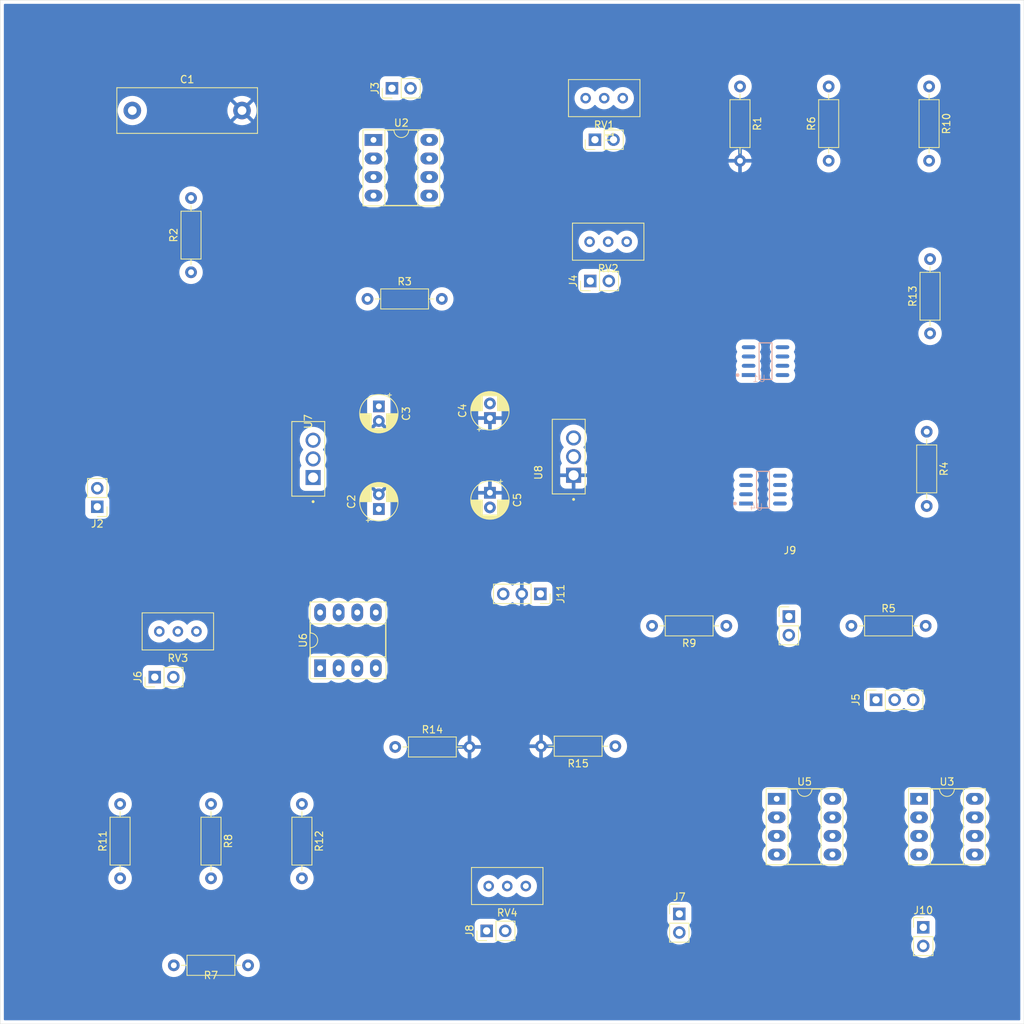
<source format=kicad_pcb>
(kicad_pcb (version 20221018) (generator pcbnew)
  (layers (0 "F.Cu" signal) (31 "B.Cu" signal) (34 "B.Paste" user) (35 "F.Paste" user) (36 "B.SilkS" user "B.Silkscreen") (37 "F.SilkS" user "F.Silkscreen") (38 "B.Mask" user) (39 "F.Mask" user) (44 "Edge.Cuts" user))
  (net 0 "")
  (net 1 "Net-(U2A-+)")
  (net 2 "GND")
  (net 3 "+9V")
  (net 4 "+5V")
  (net 5 "-9V")
  (net 6 "-5V")
  (net 7 "Net-(J1-Pin_1)")
  (net 8 "Net-(J1-Pin_2)")
  (net 9 "A0")
  (net 10 "A9")
  (net 11 "Net-(J3-Pin_1)")
  (net 12 "Net-(J4-Pin_1)")
  (net 13 "Net-(J4-Pin_2)")
  (net 14 "Net-(J10-Pin_2)")
  (net 15 "Net-(J5-Pin_2)")
  (net 16 "Net-(J5-Pin_3)")
  (net 17 "Net-(J6-Pin_1)")
  (net 18 "Net-(J7-Pin_1)")
  (net 19 "Net-(J7-Pin_2)")
  (net 20 "Net-(J8-Pin_1)")
  (net 21 "Net-(J9-Pin_1)")
  (net 22 "Net-(J9-Pin_2)")
  (net 23 "Net-(J10-Pin_1)")
  (net 24 "t+")
  (net 25 "Net-(U4--IN)")
  (net 26 "Net-(U4-+OUT)")
  (net 27 "Net-(U3A--)")
  (net 28 "Net-(U6A--)")
  (net 29 "Net-(R11-Pad2)")
  (net 30 "Net-(U4--OUT)")
  (net 31 "Net-(U3B--)")
  (net 32 "Net-(U4-+IN)")
  (net 33 "Net-(U6A-+)")
  (net 34 "t-")
  (footprint "Connector_PinHeader_2.54mm:PinHeader_1x02_P2.54mm_Vertical" (layer "F.Cu") (at 148.315 146.22 90)
    (fp_text reference "J8" (at 0 -2.33 90) (layer "F.SilkS"))
    (fp_text value "Conn_01x02")
    (pad "1" thru_hole rect (at 0 0 90) (size 1.7 1.7) (drill 1) (layers "*.Cu" "*.Mask") (net 20 "Net-(J8-Pin_1)"))
    (pad "2" thru_hole oval (at 0 2.54 90) (size 1.7 1.7) (drill 1) (layers "*.Cu" "*.Mask") (net 9 "A0"))
  )
  (footprint "Resistor_THT:R_Axial_DIN0207_L6.3mm_D2.5mm_P10.16mm_Horizontal" (layer "F.Cu") (at 165.91 120.97 180)
    (fp_text reference "R15" (at 5.08 -2.37) (layer "F.SilkS"))
    (fp_text value "1K")
    (pad "1" thru_hole circle (at 0 0 180) (size 1.6 1.6) (drill 0.8) (layers "*.Cu" "*.Mask") (net 20 "Net-(J8-Pin_1)"))
    (pad "2" thru_hole oval (at 10.16 0 180) (size 1.6 1.6) (drill 0.8) (layers "*.Cu" "*.Mask") (net 2 "GND"))
  )
  (footprint "Capacitor_THT:CP_Radial_D5.0mm_P2.00mm" (layer "F.Cu") (at 148.76 86.3099 -90)
    (fp_text reference "C5" (at 1 -3.75 90) (layer "F.SilkS"))
    (fp_text value "0.1uF")
    (pad "1" thru_hole rect (at 0 0 270) (size 1.6 1.6) (drill 0.8) (layers "*.Cu" "*.Mask") (net 2 "GND"))
    (pad "2" thru_hole circle (at 2 0 270) (size 1.6 1.6) (drill 0.8) (layers "*.Cu" "*.Mask") (net 6 "-5V"))
  )
  (footprint "Capacitor_THT:CP_Radial_D5.0mm_P2.00mm" (layer "F.Cu") (at 133.57 74.4948 -90)
    (fp_text reference "C3" (at 1 -3.75 90) (layer "F.SilkS"))
    (fp_text value "0.1uF")
    (pad "1" thru_hole rect (at 0 0 270) (size 1.6 1.6) (drill 0.8) (layers "*.Cu" "*.Mask") (net 4 "+5V"))
    (pad "2" thru_hole circle (at 2 0 270) (size 1.6 1.6) (drill 0.8) (layers "*.Cu" "*.Mask") (net 2 "GND"))
  )
  (footprint "l7805:TO255P1020X450X2000-3" (layer "F.Cu") (at 159.54 81.365 90)
    (fp_text reference "U8" (at -2.175 -4.135 90) (layer "F.SilkS"))
    (fp_text value "L7905")
    (pad "1" thru_hole rect (at -2.55 0.6625 90) (size 2.055 2.055) (drill 1.37) (layers "*.Cu" "*.Mask") (net 2 "GND"))
    (pad "2" thru_hole circle (at 0 0.6625 90) (size 2.055 2.055) (drill 1.37) (layers "*.Cu" "*.Mask") (net 5 "-9V"))
    (pad "3" thru_hole circle (at 2.55 0.6625 90) (size 2.055 2.055) (drill 1.37) (layers "*.Cu" "*.Mask") (net 6 "-5V"))
  )
  (footprint "Connector_PinHeader_2.54mm:PinHeader_1x02_P2.54mm_Vertical" (layer "F.Cu") (at 102.93 111.52 90)
    (fp_text reference "J6" (at 0 -2.33 90) (layer "F.SilkS"))
    (fp_text value "Conn_01x02")
    (pad "1" thru_hole rect (at 0 0 90) (size 1.7 1.7) (drill 1) (layers "*.Cu" "*.Mask") (net 17 "Net-(J6-Pin_1)"))
    (pad "2" thru_hole oval (at 0 2.54 90) (size 1.7 1.7) (drill 1) (layers "*.Cu" "*.Mask") (net 4 "+5V"))
  )
  (footprint "Connector_PinHeader_2.54mm:PinHeader_1x02_P2.54mm_Vertical" (layer "F.Cu") (at 174.66 143.9)
    (fp_text reference "J7" (at 0 -2.33) (layer "F.SilkS"))
    (fp_text value "Conn_01x02")
    (pad "1" thru_hole rect (at 0 0) (size 1.7 1.7) (drill 1) (layers "*.Cu" "*.Mask") (net 18 "Net-(J7-Pin_1)"))
    (pad "2" thru_hole oval (at 0 2.54) (size 1.7 1.7) (drill 1) (layers "*.Cu" "*.Mask") (net 19 "Net-(J7-Pin_2)"))
  )
  (footprint "Resistor_THT:R_Axial_DIN0207_L6.3mm_D2.5mm_P10.16mm_Horizontal" (layer "F.Cu") (at 181.09 104.51 180)
    (fp_text reference "R9" (at 5.08 -2.37) (layer "F.SilkS"))
    (fp_text value "2.2K")
    (pad "1" thru_hole circle (at 0 0 180) (size 1.6 1.6) (drill 0.8) (layers "*.Cu" "*.Mask") (net 23 "Net-(J10-Pin_1)"))
    (pad "2" thru_hole oval (at 10.16 0 180) (size 1.6 1.6) (drill 0.8) (layers "*.Cu" "*.Mask") (net 30 "Net-(U4--OUT)"))
  )
  (footprint "Potentiometer_THT:Potentiometer_Bourns_3296W_Vertical" (layer "F.Cu") (at 103.55 105.27 180)
    (fp_text reference "RV3" (at -2.54 -3.66) (layer "F.SilkS"))
    (fp_text value "R_Potentiometer_Trim")
    (pad "1" thru_hole circle (at 0 0 180) (size 1.44 1.44) (drill 0.8) (layers "*.Cu" "*.Mask") (net 17 "Net-(J6-Pin_1)"))
    (pad "2" thru_hole circle (at -2.54 0 180) (size 1.44 1.44) (drill 0.8) (layers "*.Cu" "*.Mask") (net 4 "+5V"))
    (pad "3" thru_hole circle (at -5.08 0 180) (size 1.44 1.44) (drill 0.8) (layers "*.Cu" "*.Mask") (net 4 "+5V"))
  )
  (footprint "Resistor_THT:R_Axial_DIN0207_L6.3mm_D2.5mm_P10.16mm_Horizontal" (layer "F.Cu") (at 135.81 121.07)
    (fp_text reference "R14" (at 5.08 -2.37) (layer "F.SilkS"))
    (fp_text value "1k")
    (pad "1" thru_hole circle (at 0 0) (size 1.6 1.6) (drill 0.8) (layers "*.Cu" "*.Mask") (net 33 "Net-(U6A-+)"))
    (pad "2" thru_hole oval (at 10.16 0) (size 1.6 1.6) (drill 0.8) (layers "*.Cu" "*.Mask") (net 2 "GND"))
  )
  (footprint "Package_DIP:DIP-8_W7.62mm_Socket_LongPads" (layer "F.Cu") (at 187.98 128.16)
    (fp_text reference "U5" (at 3.81 -2.33) (layer "F.SilkS"))
    (fp_text value "TL072")
    (pad "1" thru_hole rect (at 0 0) (size 2.4 1.6) (drill 0.8) (layers "*.Cu" "*.Mask") (net 18 "Net-(J7-Pin_1)"))
    (pad "2" thru_hole oval (at 0 2.54) (size 2.4 1.6) (drill 0.8) (layers "*.Cu" "*.Mask") (net 18 "Net-(J7-Pin_1)"))
    (pad "3" thru_hole oval (at 0 5.08) (size 2.4 1.6) (drill 0.8) (layers "*.Cu" "*.Mask") (net 30 "Net-(U4--OUT)"))
    (pad "4" thru_hole oval (at 0 7.62) (size 2.4 1.6) (drill 0.8) (layers "*.Cu" "*.Mask") (net 5 "-9V"))
    (pad "5" thru_hole oval (at 7.62 7.62) (size 2.4 1.6) (drill 0.8) (layers "*.Cu" "*.Mask") (net 23 "Net-(J10-Pin_1)"))
    (pad "6" thru_hole oval (at 7.62 5.08) (size 2.4 1.6) (drill 0.8) (layers "*.Cu" "*.Mask") (net 21 "Net-(J9-Pin_1)"))
    (pad "7" thru_hole oval (at 7.62 2.54) (size 2.4 1.6) (drill 0.8) (layers "*.Cu" "*.Mask") (net 21 "Net-(J9-Pin_1)"))
    (pad "8" thru_hole oval (at 7.62 0) (size 2.4 1.6) (drill 0.8) (layers "*.Cu" "*.Mask") (net 3 "+9V"))
  )
  (footprint "Connector_PinHeader_2.54mm:PinHeader_1x02_P2.54mm_Vertical" (layer "F.Cu") (at 95.07 88.225 180)
    (fp_text reference "J2" (at 0 -2.33) (layer "F.SilkS"))
    (fp_text value "Conn_01x02")
    (pad "1" thru_hole rect (at 0 0 180) (size 1.7 1.7) (drill 1) (layers "*.Cu" "*.Mask") (net 9 "A0"))
    (pad "2" thru_hole oval (at 0 2.54 180) (size 1.7 1.7) (drill 1) (layers "*.Cu" "*.Mask") (net 10 "A9"))
  )
  (footprint "Capacitor_THT:CP_Radial_D5.0mm_P2.00mm" (layer "F.Cu") (at 148.76 76.095 90)
    (fp_text reference "C4" (at 1 -3.75 90) (layer "F.SilkS"))
    (fp_text value "0.33uF")
    (pad "1" thru_hole rect (at 0 0 90) (size 1.6 1.6) (drill 0.8) (layers "*.Cu" "*.Mask") (net 2 "GND"))
    (pad "2" thru_hole circle (at 2 0 90) (size 1.6 1.6) (drill 0.8) (layers "*.Cu" "*.Mask") (net 5 "-9V"))
  )
  (footprint "Connector_PinSocket_2.54mm:PinSocket_1x03_P2.54mm_Vertical" (layer "F.Cu") (at 201.565 114.625 90)
    (fp_text reference "J5" (at 0 -2.77 90) (layer "F.SilkS"))
    (fp_text value "Conn_01x03")
    (pad "1" thru_hole rect (at 0 0 90) (size 1.7 1.7) (drill 1) (layers "*.Cu" "*.Mask") (net 14 "Net-(J10-Pin_2)"))
    (pad "2" thru_hole oval (at 0 2.54 90) (size 1.7 1.7) (drill 1) (layers "*.Cu" "*.Mask") (net 15 "Net-(J5-Pin_2)"))
    (pad "3" thru_hole oval (at 0 5.08 90) (size 1.7 1.7) (drill 1) (layers "*.Cu" "*.Mask") (net 16 "Net-(J5-Pin_3)"))
  )
  (footprint "Connector_PinHeader_2.54mm:PinHeader_1x02_P2.54mm_Vertical" (layer "F.Cu") (at 135.365 31 90)
    (fp_text reference "J3" (at 0 -2.33 90) (layer "F.SilkS"))
    (fp_text value "Conn_01x02")
    (pad "1" thru_hole rect (at 0 0 90) (size 1.7 1.7) (drill 1) (layers "*.Cu" "*.Mask") (net 11 "Net-(J3-Pin_1)"))
    (pad "2" thru_hole oval (at 0 2.54 90) (size 1.7 1.7) (drill 1) (layers "*.Cu" "*.Mask") (net 7 "Net-(J1-Pin_1)"))
  )
  (footprint "Resistor_THT:R_Axial_DIN0207_L6.3mm_D2.5mm_P10.16mm_Horizontal" (layer "F.Cu") (at 110.62 128.87 -90)
    (fp_text reference "R8" (at 5.08 -2.37 90) (layer "F.SilkS"))
    (fp_text value "1k")
    (pad "1" thru_hole circle (at 0 0 270) (size 1.6 1.6) (drill 0.8) (layers "*.Cu" "*.Mask") (net 29 "Net-(R11-Pad2)"))
    (pad "2" thru_hole oval (at 10.16 0 270) (size 1.6 1.6) (drill 0.8) (layers "*.Cu" "*.Mask") (net 28 "Net-(U6A--)"))
  )
  (footprint "Potentiometer_THT:Potentiometer_Bourns_3296W_Vertical" (layer "F.Cu") (at 162.39 51.98 180)
    (fp_text reference "RV2" (at -2.54 -3.66) (layer "F.SilkS"))
    (fp_text value "R_Potentiometer_Trim")
    (pad "1" thru_hole circle (at 0 0 180) (size 1.44 1.44) (drill 0.8) (layers "*.Cu" "*.Mask") (net 12 "Net-(J4-Pin_1)"))
    (pad "2" thru_hole circle (at -2.54 0 180) (size 1.44 1.44) (drill 0.8) (layers "*.Cu" "*.Mask") (net 13 "Net-(J4-Pin_2)"))
    (pad "3" thru_hole circle (at -5.08 0 180) (size 1.44 1.44) (drill 0.8) (layers "*.Cu" "*.Mask") (net 13 "Net-(J4-Pin_2)"))
  )
  (footprint "Resistor_THT:R_Axial_DIN0207_L6.3mm_D2.5mm_P10.16mm_Horizontal" (layer "F.Cu") (at 98.19 139.03 90)
    (fp_text reference "R11" (at 5.08 -2.37 90) (layer "F.SilkS"))
    (fp_text value "1K")
    (pad "1" thru_hole circle (at 0 0 90) (size 1.6 1.6) (drill 0.8) (layers "*.Cu" "*.Mask") (net 17 "Net-(J6-Pin_1)"))
    (pad "2" thru_hole oval (at 10.16 0 90) (size 1.6 1.6) (drill 0.8) (layers "*.Cu" "*.Mask") (net 29 "Net-(R11-Pad2)"))
  )
  (footprint "Potentiometer_THT:Potentiometer_Bourns_3296W_Vertical" (layer "F.Cu") (at 161.85 32.35 180)
    (fp_text reference "RV1" (at -2.54 -3.66) (layer "F.SilkS"))
    (fp_text value "R_Potentiometer_Trim")
    (pad "1" thru_hole circle (at 0 0 180) (size 1.44 1.44) (drill 0.8) (layers "*.Cu" "*.Mask") (net 7 "Net-(J1-Pin_1)"))
    (pad "2" thru_hole circle (at -2.54 0 180) (size 1.44 1.44) (drill 0.8) (layers "*.Cu" "*.Mask") (net 8 "Net-(J1-Pin_2)"))
    (pad "3" thru_hole circle (at -5.08 0 180) (size 1.44 1.44) (drill 0.8) (layers "*.Cu" "*.Mask") (net 8 "Net-(J1-Pin_2)"))
  )
  (footprint "Connector_PinHeader_2.54mm:PinHeader_1x02_P2.54mm_Vertical" (layer "F.Cu") (at 208.02 145.74)
    (fp_text reference "J10" (at 0 -2.33) (layer "F.SilkS"))
    (fp_text value "Conn_01x02")
    (pad "1" thru_hole rect (at 0 0) (size 1.7 1.7) (drill 1) (layers "*.Cu" "*.Mask") (net 23 "Net-(J10-Pin_1)"))
    (pad "2" thru_hole oval (at 0 2.54) (size 1.7 1.7) (drill 1) (layers "*.Cu" "*.Mask") (net 14 "Net-(J10-Pin_2)"))
  )
  (footprint "Package_DIP:DIP-8_W7.62mm_Socket_LongPads" (layer "F.Cu") (at 132.84 38.06)
    (fp_text reference "U2" (at 3.81 -2.33) (layer "F.SilkS"))
    (fp_text value "TL072")
    (pad "1" thru_hole rect (at 0 0) (size 2.4 1.6) (drill 0.8) (layers "*.Cu" "*.Mask") (net 11 "Net-(J3-Pin_1)"))
    (pad "2" thru_hole oval (at 0 2.54) (size 2.4 1.6) (drill 0.8) (layers "*.Cu" "*.Mask") (net 11 "Net-(J3-Pin_1)"))
    (pad "3" thru_hole oval (at 0 5.08) (size 2.4 1.6) (drill 0.8) (layers "*.Cu" "*.Mask") (net 1 "Net-(U2A-+)"))
    (pad "4" thru_hole oval (at 0 7.62) (size 2.4 1.6) (drill 0.8) (layers "*.Cu" "*.Mask") (net 5 "-9V"))
    (pad "5" thru_hole oval (at 7.62 7.62) (size 2.4 1.6) (drill 0.8) (layers "*.Cu" "*.Mask") (net 8 "Net-(J1-Pin_2)"))
    (pad "6" thru_hole oval (at 7.62 5.08) (size 2.4 1.6) (drill 0.8) (layers "*.Cu" "*.Mask") (net 12 "Net-(J4-Pin_1)"))
    (pad "7" thru_hole oval (at 7.62 2.54) (size 2.4 1.6) (drill 0.8) (layers "*.Cu" "*.Mask") (net 13 "Net-(J4-Pin_2)"))
    (pad "8" thru_hole oval (at 7.62 0) (size 2.4 1.6) (drill 0.8) (layers "*.Cu" "*.Mask") (net 3 "+9V"))
  )
  (footprint "Resistor_THT:R_Axial_DIN0207_L6.3mm_D2.5mm_P10.16mm_Horizontal" (layer "F.Cu") (at 208.82 30.75 -90)
    (fp_text reference "R10" (at 5.08 -2.37 90) (layer "F.SilkS"))
    (fp_text value "2k2")
    (pad "1" thru_hole circle (at 0 0 270) (size 1.6 1.6) (drill 0.8) (layers "*.Cu" "*.Mask") (net 31 "Net-(U3B--)"))
    (pad "2" thru_hole oval (at 10.16 0 270) (size 1.6 1.6) (drill 0.8) (layers "*.Cu" "*.Mask") (net 32 "Net-(U4-+IN)"))
  )
  (footprint "Connector_PinSocket_2.54mm:PinSocket_1x03_P2.54mm_Vertical" (layer "F.Cu") (at 155.66 100.14 -90)
    (fp_text reference "J11" (at 0 -2.77 90) (layer "F.SilkS"))
    (fp_text value "Conn_01x03")
    (pad "1" thru_hole rect (at 0 0 270) (size 1.7 1.7) (drill 1) (layers "*.Cu" "*.Mask") (net 5 "-9V"))
    (pad "2" thru_hole oval (at 0 2.54 270) (size 1.7 1.7) (drill 1) (layers "*.Cu" "*.Mask") (net 2 "GND"))
    (pad "3" thru_hole oval (at 0 5.08 270) (size 1.7 1.7) (drill 1) (layers "*.Cu" "*.Mask") (net 3 "+9V"))
  )
  (footprint "Package_DIP:DIP-8_W7.62mm_Socket_LongPads" (layer "F.Cu") (at 125.54 110.3 90)
    (fp_text reference "U6" (at 3.81 -2.33 90) (layer "F.SilkS"))
    (fp_text value "TL072")
    (pad "1" thru_hole rect (at 0 0 90) (size 2.4 1.6) (drill 0.8) (layers "*.Cu" "*.Mask") (net 29 "Net-(R11-Pad2)"))
    (pad "2" thru_hole oval (at 0 2.54 90) (size 2.4 1.6) (drill 0.8) (layers "*.Cu" "*.Mask") (net 28 "Net-(U6A--)"))
    (pad "3" thru_hole oval (at 0 5.08 90) (size 2.4 1.6) (drill 0.8) (layers "*.Cu" "*.Mask") (net 33 "Net-(U6A-+)"))
    (pad "4" thru_hole oval (at 0 7.62 90) (size 2.4 1.6) (drill 0.8) (layers "*.Cu" "*.Mask") (net 5 "-9V"))
    (pad "5" thru_hole oval (at 7.62 7.62 90) (size 2.4 1.6) (drill 0.8) (layers "*.Cu" "*.Mask") (net 17 "Net-(J6-Pin_1)"))
    (pad "6" thru_hole oval (at 7.62 5.08 90) (size 2.4 1.6) (drill 0.8) (layers "*.Cu" "*.Mask") (net 20 "Net-(J8-Pin_1)"))
    (pad "7" thru_hole oval (at 7.62 2.54 90) (size 2.4 1.6) (drill 0.8) (layers "*.Cu" "*.Mask") (net 9 "A0"))
    (pad "8" thru_hole oval (at 7.62 0 90) (size 2.4 1.6) (drill 0.8) (layers "*.Cu" "*.Mask") (net 3 "+9V"))
  )
  (footprint "Connector_PinHeader_2.54mm:PinHeader_1x02_P2.54mm_Vertical" (layer "F.Cu") (at 189.64 103.235)
    (fp_text reference "J9" (at 0.1475 -9.04) (layer "F.SilkS"))
    (fp_text value "Conn_01x02")
    (pad "1" thru_hole rect (at 0 0) (size 1.7 1.7) (drill 1) (layers "*.Cu" "*.Mask") (net 21 "Net-(J9-Pin_1)"))
    (pad "2" thru_hole oval (at 0 2.54) (size 1.7 1.7) (drill 1) (layers "*.Cu" "*.Mask") (net 22 "Net-(J9-Pin_2)"))
  )
  (footprint "Resistor_THT:R_Axial_DIN0207_L6.3mm_D2.5mm_P10.16mm_Horizontal" (layer "F.Cu") (at 105.53 150.93)
    (fp_text reference "R7" (at 5.08 1.37) (layer "F.SilkS"))
    (fp_text value "1k")
    (pad "1" thru_hole circle (at 0 0) (size 1.6 1.6) (drill 0.8) (layers "*.Cu" "*.Mask") (net 28 "Net-(U6A--)"))
    (pad "2" thru_hole oval (at 10.16 0) (size 1.6 1.6) (drill 0.8) (layers "*.Cu" "*.Mask") (net 19 "Net-(J7-Pin_2)"))
  )
  (footprint "Capacitor_THT:C_Rect_L19.0mm_W6.0mm_P15.00mm_MKS4" (layer "F.Cu") (at 99.86 34.04)
    (fp_text reference "C1" (at 7.5 -4.25) (layer "F.SilkS"))
    (fp_text value "470nF")
    (pad "1" thru_hole circle (at 0 0) (size 2.4 2.4) (drill 1.2) (layers "*.Cu" "*.Mask") (net 1 "Net-(U2A-+)"))
    (pad "2" thru_hole circle (at 15 0) (size 2.4 2.4) (drill 1.2) (layers "*.Cu" "*.Mask") (net 2 "GND"))
  )
  (footprint "l7805:TO255P1020X450X2000-3" (layer "F.Cu") (at 123.92 81.675 90)
    (fp_text reference "U7" (at 5.1 0 90) (layer "F.SilkS"))
    (fp_text value "L7805")
    (pad "1" thru_hole rect (at -2.55 0.6625 90) (size 2.055 2.055) (drill 1.37) (layers "*.Cu" "*.Mask") (net 3 "+9V"))
    (pad "2" thru_hole circle (at 0 0.6625 90) (size 2.055 2.055) (drill 1.37) (layers "*.Cu" "*.Mask") (net 2 "GND"))
    (pad "3" thru_hole circle (at 2.55 0.6625 90) (size 2.055 2.055) (drill 1.37) (layers "*.Cu" "*.Mask") (net 4 "+5V"))
  )
  (footprint "Resistor_THT:R_Axial_DIN0207_L6.3mm_D2.5mm_P10.16mm_Horizontal" (layer "F.Cu") (at 208.95 64.515 90)
    (fp_text reference "R13" (at 5.08 -2.37 90) (layer "F.SilkS"))
    (fp_text value "2k2")
    (pad "1" thru_hole circle (at 0 0 90) (size 1.6 1.6) (drill 0.8) (layers "*.Cu" "*.Mask") (net 34 "t-"))
    (pad "2" thru_hole oval (at 10.16 0 90) (size 1.6 1.6) (drill 0.8) (layers "*.Cu" "*.Mask") (net 32 "Net-(U4-+IN)"))
  )
  (footprint "Resistor_THT:R_Axial_DIN0207_L6.3mm_D2.5mm_P10.16mm_Horizontal" (layer "F.Cu") (at 195.0867 40.91 90)
    (fp_text reference "R6" (at 5.08 -2.37 90) (layer "F.SilkS"))
    (fp_text value "2k2")
    (pad "1" thru_hole circle (at 0 0 90) (size 1.6 1.6) (drill 0.8) (layers "*.Cu" "*.Mask") (net 27 "Net-(U3A--)"))
    (pad "2" thru_hole oval (at 10.16 0 90) (size 1.6 1.6) (drill 0.8) (layers "*.Cu" "*.Mask") (net 25 "Net-(U4--IN)"))
  )
  (footprint "Capacitor_THT:CP_Radial_D5.0mm_P2.00mm" (layer "F.Cu") (at 133.57 88.5301 90)
    (fp_text reference "C2" (at 1 -3.75 90) (layer "F.SilkS"))
    (fp_text value "0.33uF")
    (pad "1" thru_hole rect (at 0 0 90) (size 1.6 1.6) (drill 0.8) (layers "*.Cu" "*.Mask") (net 3 "+9V"))
    (pad "2" thru_hole circle (at 2 0 90) (size 1.6 1.6) (drill 0.8) (layers "*.Cu" "*.Mask") (net 2 "GND"))
  )
  (footprint "Resistor_THT:R_Axial_DIN0207_L6.3mm_D2.5mm_P10.16mm_Horizontal" (layer "F.Cu") (at 182.96 30.75 -90)
    (fp_text reference "R1" (at 5.08 -2.37 90) (layer "F.SilkS"))
    (fp_text value "1K")
    (pad "1" thru_hole circle (at 0 0 270) (size 1.6 1.6) (drill 0.8) (layers "*.Cu" "*.Mask") (net 8 "Net-(J1-Pin_2)"))
    (pad "2" thru_hole oval (at 10.16 0 270) (size 1.6 1.6) (drill 0.8) (layers "*.Cu" "*.Mask") (net 2 "GND"))
  )
  (footprint "Connector_PinHeader_2.54mm:PinHeader_1x02_P2.54mm_Vertical" (layer "F.Cu") (at 162.485 57.35 90)
    (fp_text reference "J4" (at 0 -2.33 90) (layer "F.SilkS"))
    (fp_text value "Conn_01x02")
    (pad "1" thru_hole rect (at 0 0 90) (size 1.7 1.7) (drill 1) (layers "*.Cu" "*.Mask") (net 12 "Net-(J4-Pin_1)"))
    (pad "2" thru_hole oval (at 0 2.54 90) (size 1.7 1.7) (drill 1) (layers "*.Cu" "*.Mask") (net 13 "Net-(J4-Pin_2)"))
  )
  (footprint "Resistor_THT:R_Axial_DIN0207_L6.3mm_D2.5mm_P10.16mm_Horizontal" (layer "F.Cu") (at 107.89 56.16 90)
    (fp_text reference "R2" (at 5.08 -2.37 90) (layer "F.SilkS"))
    (fp_text value "10K")
    (pad "1" thru_hole circle (at 0 0 90) (size 1.6 1.6) (drill 0.8) (layers "*.Cu" "*.Mask") (net 10 "A9"))
    (pad "2" thru_hole oval (at 10.16 0 90) (size 1.6 1.6) (drill 0.8) (layers "*.Cu" "*.Mask") (net 1 "Net-(U2A-+)"))
  )
  (footprint "Package_DIP:DIP-8_W7.62mm_Socket_LongPads" (layer "F.Cu") (at 207.45 128.16)
    (fp_text reference "U3" (at 3.81 -2.33) (layer "F.SilkS"))
    (fp_text value "TL072")
    (pad "1" thru_hole rect (at 0 0) (size 2.4 1.6) (drill 0.8) (layers "*.Cu" "*.Mask") (net 27 "Net-(U3A--)"))
    (pad "2" thru_hole oval (at 0 2.54) (size 2.4 1.6) (drill 0.8) (layers "*.Cu" "*.Mask") (net 27 "Net-(U3A--)"))
    (pad "3" thru_hole oval (at 0 5.08) (size 2.4 1.6) (drill 0.8) (layers "*.Cu" "*.Mask") (net 15 "Net-(J5-Pin_2)"))
    (pad "4" thru_hole oval (at 0 7.62) (size 2.4 1.6) (drill 0.8) (layers "*.Cu" "*.Mask") (net 5 "-9V"))
    (pad "5" thru_hole oval (at 7.62 7.62) (size 2.4 1.6) (drill 0.8) (layers "*.Cu" "*.Mask") (net 14 "Net-(J10-Pin_2)"))
    (pad "6" thru_hole oval (at 7.62 5.08) (size 2.4 1.6) (drill 0.8) (layers "*.Cu" "*.Mask") (net 31 "Net-(U3B--)"))
    (pad "7" thru_hole oval (at 7.62 2.54) (size 2.4 1.6) (drill 0.8) (layers "*.Cu" "*.Mask") (net 31 "Net-(U3B--)"))
    (pad "8" thru_hole oval (at 7.62 0) (size 2.4 1.6) (drill 0.8) (layers "*.Cu" "*.Mask") (net 3 "+9V"))
  )
  (footprint "Resistor_THT:R_Axial_DIN0207_L6.3mm_D2.5mm_P10.16mm_Horizontal" (layer "F.Cu") (at 208.49 77.96 -90)
    (fp_text reference "R4" (at 5.08 -2.37 90) (layer "F.SilkS"))
    (fp_text value "2k2")
    (pad "1" thru_hole circle (at 0 0 270) (size 1.6 1.6) (drill 0.8) (layers "*.Cu" "*.Mask") (net 24 "t+"))
    (pad "2" thru_hole oval (at 10.16 0 270) (size 1.6 1.6) (drill 0.8) (layers "*.Cu" "*.Mask") (net 25 "Net-(U4--IN)"))
  )
  (footprint "Resistor_THT:R_Axial_DIN0207_L6.3mm_D2.5mm_P10.16mm_Horizontal" (layer "F.Cu") (at 198.19 104.51)
    (fp_text reference "R5" (at 5.08 -2.37) (layer "F.SilkS"))
    (fp_text value "2.2K")
    (pad "1" thru_hole circle (at 0 0) (size 1.6 1.6) (drill 0.8) (layers "*.Cu" "*.Mask") (net 26 "Net-(U4-+OUT)"))
    (pad "2" thru_hole oval (at 10.16 0) (size 1.6 1.6) (drill 0.8) (layers "*.Cu" "*.Mask") (net 16 "Net-(J5-Pin_3)"))
  )
  (footprint "Resistor_THT:R_Axial_DIN0207_L6.3mm_D2.5mm_P10.16mm_Horizontal" (layer "F.Cu") (at 132.02 59.8)
    (fp_text reference "R3" (at 5.08 -2.37) (layer "F.SilkS"))
    (fp_text value "1K")
    (pad "1" thru_hole circle (at 0 0) (size 1.6 1.6) (drill 0.8) (layers "*.Cu" "*.Mask") (net 4 "+5V"))
    (pad "2" thru_hole oval (at 10.16 0) (size 1.6 1.6) (drill 0.8) (layers "*.Cu" "*.Mask") (net 12 "Net-(J4-Pin_1)"))
  )
  (footprint "Potentiometer_THT:Potentiometer_Bourns_3296W_Vertical" (layer "F.Cu") (at 148.59 140.09 180)
    (fp_text reference "RV4" (at -2.54 -3.66) (layer "F.SilkS"))
    (fp_text value "R_Potentiometer_Trim")
    (pad "1" thru_hole circle (at 0 0 180) (size 1.44 1.44) (drill 0.8) (layers "*.Cu" "*.Mask") (net 20 "Net-(J8-Pin_1)"))
    (pad "2" thru_hole circle (at -2.54 0 180) (size 1.44 1.44) (drill 0.8) (layers "*.Cu" "*.Mask") (net 9 "A0"))
    (pad "3" thru_hole circle (at -5.08 0 180) (size 1.44 1.44) (drill 0.8) (layers "*.Cu" "*.Mask") (net 9 "A0"))
  )
  (footprint "Resistor_THT:R_Axial_DIN0207_L6.3mm_D2.5mm_P10.16mm_Horizontal" (layer "F.Cu") (at 123.05 128.87 -90)
    (fp_text reference "R12" (at 5.08 -2.37 90) (layer "F.SilkS"))
    (fp_text value "1k")
    (pad "1" thru_hole circle (at 0 0 270) (size 1.6 1.6) (drill 0.8) (layers "*.Cu" "*.Mask") (net 33 "Net-(U6A-+)"))
    (pad "2" thru_hole oval (at 10.16 0 270) (size 1.6 1.6) (drill 0.8) (layers "*.Cu" "*.Mask") (net 22 "Net-(J9-Pin_2)"))
  )
  (footprint "Connector_PinHeader_2.54mm:PinHeader_1x02_P2.54mm_Vertical" (layer "F.Cu") (at 163.125 38.03 90)
    (fp_text reference "J1" (at 0.28 2.015 90) (layer "F.SilkS"))
    (fp_text value "Conn_01x02")
    (pad "1" thru_hole rect (at 0 0 90) (size 1.7 1.7) (drill 1) (layers "*.Cu" "*.Mask") (net 7 "Net-(J1-Pin_1)"))
    (pad "2" thru_hole oval (at 0 2.54 90) (size 1.7 1.7) (drill 1) (layers "*.Cu" "*.Mask") (net 8 "Net-(J1-Pin_2)"))
  )
  (footprint "Analog Devices Inc - AD8138ARZ:ANALOG_DEVICES_INC_AD8138ARZ_0" (layer "B.Cu") (at 186.1 85.88)
    (fp_text reference "U4" (at -1.878 2.925) (layer "B.SilkS") (effects (font (size 0.92 0.92) (thickness 0.08)) (justify right bottom mirror)))
    (fp_text value "AD8138ARZ")
    (pad "1" smd roundrect (at -2.316 1.905) (size 1.874 0.542) (layers "B.Cu" "B.Paste" "B.Mask") (roundrect_rratio 0) (net 25 "Net-(U4--IN)"))
    (pad "2" smd roundrect (at -2.316 0.635) (size 1.874 0.542) (layers "B.Cu" "B.Paste" "B.Mask") (roundrect_rratio 0.5) (net 2 "GND"))
    (pad "3" smd roundrect (at -2.316 -0.635) (size 1.874 0.542) (layers "B.Cu" "B.Paste" "B.Mask") (roundrect_rratio 0.5) (net 4 "+5V"))
    (pad "4" smd roundrect (at -2.316 -1.905) (size 1.874 0.542) (layers "B.Cu" "B.Paste" "B.Mask") (roundrect_rratio 0.5) (net 26 "Net-(U4-+OUT)"))
    (pad "5" smd roundrect (at 2.316 -1.905) (size 1.874 0.542) (layers "B.Cu" "B.Paste" "B.Mask") (roundrect_rratio 0.5) (net 30 "Net-(U4--OUT)"))
    (pad "6" smd roundrect (at 2.316 -0.635) (size 1.874 0.542) (layers "B.Cu" "B.Paste" "B.Mask") (roundrect_rratio 0.5) (net 6 "-5V"))
    (pad "7" smd roundrect (at 2.316 0.635) (size 1.874 0.542) (layers "B.Cu" "B.Paste" "B.Mask") (roundrect_rratio 0.5))
    (pad "8" smd roundrect (at 2.316 1.905) (size 1.874 0.542) (layers "B.Cu" "B.Paste" "B.Mask") (roundrect_rratio 0.5) (net 32 "Net-(U4-+IN)"))
  )
  (footprint "Analog Devices Inc - AD8138ARZ:ANALOG_DEVICES_INC_AD8138ARZ_0" (layer "B.Cu") (at 186.4525 68.31)
    (fp_text reference "U1" (at -1.878 2.925) (layer "B.SilkS") (effects (font (size 0.92 0.92) (thickness 0.08)) (justify right bottom mirror)))
    (fp_text value "AD8138ARZ")
    (pad "1" smd roundrect (at -2.316 1.905) (size 1.874 0.542) (layers "B.Cu" "B.Paste" "B.Mask") (roundrect_rratio 0) (net 24 "t+"))
    (pad "2" smd roundrect (at -2.316 0.635) (size 1.874 0.542) (layers "B.Cu" "B.Paste" "B.Mask") (roundrect_rratio 0.5) (net 2 "GND"))
    (pad "3" smd roundrect (at -2.316 -0.635) (size 1.874 0.542) (layers "B.Cu" "B.Paste" "B.Mask") (roundrect_rratio 0.5) (net 4 "+5V"))
    (pad "4" smd roundrect (at -2.316 -1.905) (size 1.874 0.542) (layers "B.Cu" "B.Paste" "B.Mask") (roundrect_rratio 0.5) (net 24 "t+"))
    (pad "5" smd roundrect (at 2.316 -1.905) (size 1.874 0.542) (layers "B.Cu" "B.Paste" "B.Mask") (roundrect_rratio 0.5) (net 34 "t-"))
    (pad "6" smd roundrect (at 2.316 -0.635) (size 1.874 0.542) (layers "B.Cu" "B.Paste" "B.Mask") (roundrect_rratio 0.5) (net 6 "-5V"))
    (pad "7" smd roundrect (at 2.316 0.635) (size 1.874 0.542) (layers "B.Cu" "B.Paste" "B.Mask") (roundrect_rratio 0.5))
    (pad "8" smd roundrect (at 2.316 1.905) (size 1.874 0.542) (layers "B.Cu" "B.Paste" "B.Mask") (roundrect_rratio 0.5) (net 13 "Net-(J4-Pin_2)"))
  )
  (gr_rect locked (start 81.79 18.95) (end 221.79 158.95) (stroke (width 0.05)) (fill none) (layer "Edge.Cuts"))
  (zone (net 2) (net_name "GND") (layer "B.Cu") (connect_pads (clearance 0.5)) (min_thickness 0.25) (fill yes (thermal_gap 0.8) (thermal_bridge_width 0.5))
    (polygon (pts (xy 81.79 18.95) (xy 81.79 158.95) (xy 221.79 158.95) (xy 221.79 18.95) (xy 81.8 18.95) (xy 81.78 18.96) (xy 81.8 18.99) (xy 81.8 19.13)))
  )
)
</source>
